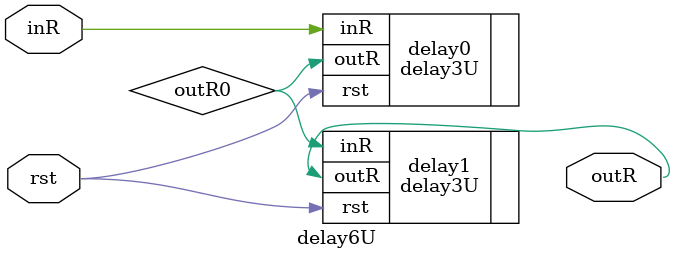
<source format=v>
`timescale 1ns / 1ps


module delay6U(
    inR, outR, rst
    );
    input inR;
    output outR;
    input rst;
    
    wire outR0;
    (*KEEP="TRUE"*)(*dont_touch = "yes"*)(*OPTIMIZE="OFF"*)delay3U delay0(.inR(inR), .outR(outR0), .rst(rst));
    (*KEEP="TRUE"*)(*dont_touch = "yes"*)(*OPTIMIZE="OFF"*)delay3U delay1(.inR(outR0), .outR(outR), .rst(rst));
    
endmodule

</source>
